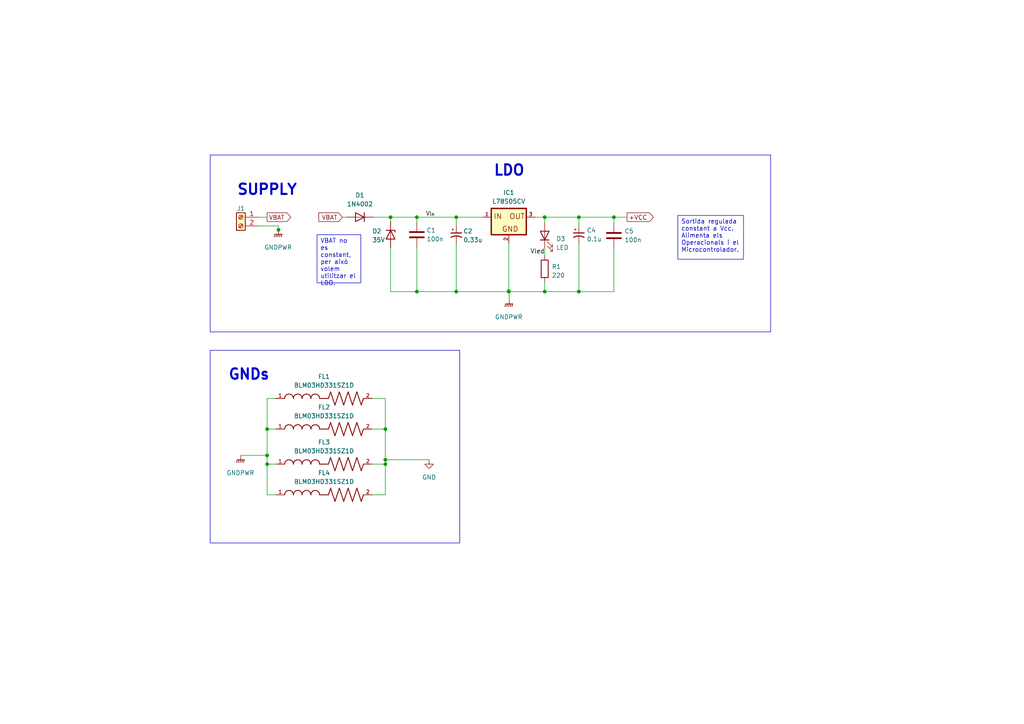
<source format=kicad_sch>
(kicad_sch (version 20230121) (generator eeschema)
  (paper "A4")
  (title_block (title "Projecte Netejaparabrises - Grup 4 Tarda") (date "2023-04-05") (rev "v1.1.05042023"))
  (lib_symbols
    (symbol "BLM03HD331SZ1D:BLM03HD331SZ1D" (pin_names (offset 1.016))
      (property "Reference" "FL" (at -12.7044 5.0815 0))
      (property "Value" "BLM03HD331SZ1D" (at -12.71 -5.0866 0))
      (symbol "BLM03HD331SZ1D_0_0"
        (arc (start -10.16 0) (mid -11.43 1.2645) (end -12.7 0) (stroke (width 0.254)))
        (arc (start -7.62 0) (mid -8.89 1.2645) (end -10.16 0) (stroke (width 0.254)))
        (arc (start -5.08 0) (mid -6.35 1.2645) (end -7.62 0) (stroke (width 0.254)))
        (arc (start -2.54 0) (mid -3.81 1.2645) (end -5.08 0) (stroke (width 0.254)))
        (polyline (pts (xy 0 0) (xy -2.54 0)) (stroke (width 0.254)))
        (polyline (pts (xy 0 0) (xy 0.635 1.905)) (stroke (width 0.254)))
        (polyline (pts (xy 0.635 1.905) (xy 1.905 -1.905)) (stroke (width 0.254)))
        (polyline (pts (xy 1.905 -1.905) (xy 3.175 1.905)) (stroke (width 0.254)))
        (polyline (pts (xy 3.175 1.905) (xy 4.445 -1.905)) (stroke (width 0.254)))
        (polyline (pts (xy 4.445 -1.905) (xy 5.715 1.905)) (stroke (width 0.254)))
        (polyline (pts (xy 5.715 1.905) (xy 6.985 -1.905)) (stroke (width 0.254)))
        (polyline (pts (xy 6.985 -1.905) (xy 8.255 1.905)) (stroke (width 0.254)))
        (polyline (pts (xy 8.255 1.905) (xy 9.525 -1.905)) (stroke (width 0.254)))
        (polyline (pts (xy 9.525 -1.905) (xy 10.16 0)) (stroke (width 0.254)))
        (pin passive line (at -15.24 0 0) (length 2.54) (name "~") (number "1"))
        (pin passive line (at 12.7 0 180) (length 2.54) (name "~") (number "2"))
      )
    )
    (symbol "Connector:Screw_Terminal_01x02" (pin_names (offset 1.016) hide)
      (property "Reference" "J" (at 0 2.54 0))
      (property "Value" "Screw_Terminal_01x02" (at 0 -5.08 0))
      (symbol "Screw_Terminal_01x02_1_1"
        (rectangle (start -1.27 1.27) (end 1.27 -3.81) (stroke (width 0.254)) (fill (type background)))
        (circle (center 0 -2.54) (radius 0.635) (stroke (width 0.1524)))
        (polyline (pts (xy -0.5334 -2.2098) (xy 0.3302 -3.048)) (stroke (width 0.1524)))
        (polyline (pts (xy -0.5334 0.3302) (xy 0.3302 -0.508)) (stroke (width 0.1524)))
        (polyline (pts (xy -0.3556 -2.032) (xy 0.508 -2.8702)) (stroke (width 0.1524)))
        (polyline (pts (xy -0.3556 0.508) (xy 0.508 -0.3302)) (stroke (width 0.1524)))
        (circle (center 0 0) (radius 0.635) (stroke (width 0.1524)))
        (pin passive line (at -5.08 0 0) (length 3.81) (name "Pin_1") (number "1"))
        (pin passive line (at -5.08 -2.54 0) (length 3.81) (name "Pin_2") (number "2"))
      )
    )
    (symbol "Device:C" (pin_numbers hide) (pin_names (offset 0.254))
      (property "Reference" "C" (at 0.635 2.54 0))
      (property "Value" "C" (at 0.635 -2.54 0))
      (symbol "C_0_1"
        (polyline (pts (xy -2.032 -0.762) (xy 2.032 -0.762)) (stroke (width 0.508)))
        (polyline (pts (xy -2.032 0.762) (xy 2.032 0.762)) (stroke (width 0.508)))
      )
      (symbol "C_1_1"
        (pin passive line (at 0 3.81 270) (length 2.794) (name "~") (number "1"))
        (pin passive line (at 0 -3.81 90) (length 2.794) (name "~") (number "2"))
      )
    )
    (symbol "Device:C_Polarized_Small_US" (pin_numbers hide) (pin_names (offset 0.254) hide)
      (property "Reference" "C" (at 0.254 1.778 0))
      (property "Value" "C_Polarized_Small_US" (at 0.254 -2.032 0))
      (symbol "C_Polarized_Small_US_0_1"
        (polyline (pts (xy -1.524 0.508) (xy 1.524 0.508)) (stroke (width 0.3048)))
        (polyline (pts (xy -1.27 1.524) (xy -0.762 1.524)))
        (polyline (pts (xy -1.016 1.27) (xy -1.016 1.778)))
        (arc (start 1.524 -0.762) (mid 0 -0.3734) (end -1.524 -0.762) (stroke (width 0.3048)))
      )
      (symbol "C_Polarized_Small_US_1_1"
        (pin passive line (at 0 2.54 270) (length 2.032) (name "~") (number "1"))
        (pin passive line (at 0 -2.54 90) (length 2.032) (name "~") (number "2"))
      )
    )
    (symbol "Device:D_Zener" (pin_numbers hide) (pin_names (offset 1.016) hide)
      (property "Reference" "D" (at 0 2.54 0))
      (property "Value" "D_Zener" (at 0 -2.54 0))
      (symbol "D_Zener_0_1"
        (polyline (pts (xy 1.27 0) (xy -1.27 0)))
        (polyline (pts (xy -1.27 -1.27) (xy -1.27 1.27) (xy -0.762 1.27)) (stroke (width 0.254)))
        (polyline (pts (xy 1.27 -1.27) (xy 1.27 1.27) (xy -1.27 0) (xy 1.27 -1.27)) (stroke (width 0.254)))
      )
      (symbol "D_Zener_1_1"
        (pin passive line (at -3.81 0 0) (length 2.54) (name "K") (number "1"))
        (pin passive line (at 3.81 0 180) (length 2.54) (name "A") (number "2"))
      )
    )
    (symbol "Device:LED" (pin_numbers hide) (pin_names (offset 1.016) hide)
      (property "Reference" "D" (at 0 2.54 0))
      (property "Value" "LED" (at 0 -2.54 0))
      (symbol "LED_0_1"
        (polyline (pts (xy -1.27 -1.27) (xy -1.27 1.27)) (stroke (width 0.254)))
        (polyline (pts (xy -1.27 0) (xy 1.27 0)))
        (polyline (pts (xy 1.27 -1.27) (xy 1.27 1.27) (xy -1.27 0) (xy 1.27 -1.27)) (stroke (width 0.254)))
        (polyline (pts (xy -3.048 -0.762) (xy -4.572 -2.286) (xy -3.81 -2.286) (xy -4.572 -2.286) (xy -4.572 -1.524)))
        (polyline (pts (xy -1.778 -0.762) (xy -3.302 -2.286) (xy -2.54 -2.286) (xy -3.302 -2.286) (xy -3.302 -1.524)))
      )
      (symbol "LED_1_1"
        (pin passive line (at -3.81 0 0) (length 2.54) (name "K") (number "1"))
        (pin passive line (at 3.81 0 180) (length 2.54) (name "A") (number "2"))
      )
    )
    (symbol "Device:R" (pin_numbers hide) (pin_names (offset 0))
      (property "Reference" "R" (at 2.032 0 90))
      (property "Value" "R" (at 0 0 90))
      (symbol "R_0_1"
        (rectangle (start -1.016 -2.54) (end 1.016 2.54) (stroke (width 0.254)))
      )
      (symbol "R_1_1"
        (pin passive line (at 0 3.81 270) (length 1.27) (name "~") (number "1"))
        (pin passive line (at 0 -3.81 90) (length 1.27) (name "~") (number "2"))
      )
    )
    (symbol "Diode:1N4002" (pin_numbers hide) (pin_names hide)
      (property "Reference" "D" (at 0 2.54 0))
      (property "Value" "1N4002" (at 0 -2.54 0))
      (symbol "1N4002_0_1"
        (polyline (pts (xy -1.27 1.27) (xy -1.27 -1.27)) (stroke (width 0.254)))
        (polyline (pts (xy 1.27 0) (xy -1.27 0)))
        (polyline (pts (xy 1.27 1.27) (xy 1.27 -1.27) (xy -1.27 0) (xy 1.27 1.27)) (stroke (width 0.254)))
      )
      (symbol "1N4002_1_1"
        (pin passive line (at -3.81 0 0) (length 2.54) (name "K") (number "1"))
        (pin passive line (at 3.81 0 180) (length 2.54) (name "A") (number "2"))
      )
    )
    (symbol "L78S05CV:L78S05CV" (pin_names (offset 1.016))
      (property "Reference" "IC" (at 2.54 -7.6201 0))
      (property "Value" "L78S05CV" (at 2.5429 -10.1714 0))
      (symbol "L78S05CV_0_0"
        (rectangle (start -5.08 -5.08) (end 5.08 2.54) (stroke (width 0.4064)) (fill (type background)))
        (text "GND" (at -2.0322 -4.3184 0) (effects (font (size 1.5241 1.5241)) (justify left bottom)))
        (text "IN" (at -4.4477 -0.6354 0) (effects (font (size 1.5249 1.5249)) (justify left bottom)))
        (text "OUT" (at 0.1271 -0.6354 0) (effects (font (size 1.525 1.525)) (justify left bottom)))
        (pin input line (at -7.62 0 0) (length 2.54) (name "~") (number "1"))
        (pin input line (at 0 -7.62 90) (length 2.54) (name "~") (number "2"))
        (pin passive line (at 7.62 0 180) (length 2.54) (name "~") (number "3"))
      )
    )
    (symbol "power:GND" (power) (pin_names (offset 0))
      (property "Value" "GND" (at 0 -3.81 0))
      (symbol "GND_0_1"
        (polyline (pts (xy 0 0) (xy 0 -1.27) (xy 1.27 -1.27) (xy 0 -2.54) (xy -1.27 -1.27) (xy 0 -1.27)))
      )
      (symbol "GND_1_1"
        (pin power_in line (at 0 0 270) (length 0) hide (name "GND") (number "1"))
      )
    )
    (symbol "power:GNDPWR" (power) (pin_names (offset 0))
      (property "Value" "GNDPWR" (at 0 -3.302 0))
      (symbol "GNDPWR_0_1"
        (polyline (pts (xy 0 -1.27) (xy 0 0)))
        (polyline (pts (xy -1.016 -1.27) (xy -1.27 -2.032) (xy -1.27 -2.032)) (stroke (width 0.2032)))
        (polyline (pts (xy -0.508 -1.27) (xy -0.762 -2.032) (xy -0.762 -2.032)) (stroke (width 0.2032)))
        (polyline (pts (xy 0 -1.27) (xy -0.254 -2.032) (xy -0.254 -2.032)) (stroke (width 0.2032)))
        (polyline (pts (xy 0.508 -1.27) (xy 0.254 -2.032) (xy 0.254 -2.032)) (stroke (width 0.2032)))
        (polyline (pts (xy 1.016 -1.27) (xy -1.016 -1.27) (xy -1.016 -1.27)) (stroke (width 0.2032)))
        (polyline (pts (xy 1.016 -1.27) (xy 0.762 -2.032) (xy 0.762 -2.032) (xy 0.762 -2.032)) (stroke (width 0.2032)))
      )
      (symbol "GNDPWR_1_1"
        (pin power_in line (at 0 0 270) (length 0) hide (name "GNDPWR") (number "1"))
      )
    )
  )
  (junction (at 132.334 62.992))
  (junction (at 113.284 62.992))
  (junction (at 120.904 84.582))
  (junction (at 132.334 84.582))
  (junction (at 111.76 133.35))
  (junction (at 157.988 62.992))
  (junction (at 178.054 62.992))
  (junction (at 167.894 84.582))
  (junction (at 147.574 84.455))
  (junction (at 167.894 62.992))
  (junction (at 77.47 132.08))
  (junction (at 111.76 134.62))
  (junction (at 111.76 124.46))
  (junction (at 147.574 84.582))
  (junction (at 80.772 66.675))
  (junction (at 157.988 84.582))
  (junction (at 77.47 134.62))
  (junction (at 120.904 62.992))
  (junction (at 77.47 124.46))
  (wire (pts (xy 147.701 86.868) (xy 147.701 84.455)))
  (wire (pts (xy 120.904 84.582) (xy 132.334 84.582)))
  (wire (pts (xy 132.334 62.992) (xy 132.334 65.532)))
  (wire (pts (xy 69.85 132.08) (xy 77.47 132.08)))
  (wire (pts (xy 132.334 62.992) (xy 139.954 62.992)))
  (wire (pts (xy 80.01 143.51) (xy 77.47 143.51)))
  (wire (pts (xy 178.054 72.136) (xy 178.054 84.582)))
  (wire (pts (xy 111.76 143.51) (xy 111.76 134.62)))
  (wire (pts (xy 178.054 62.992) (xy 178.054 64.516)))
  (polyline (pts (xy 60.96 44.958) (xy 60.96 96.266)))
  (wire (pts (xy 157.988 62.992) (xy 167.894 62.992)))
  (wire (pts (xy 111.76 124.46) (xy 111.76 133.35)))
  (wire (pts (xy 147.574 84.455) (xy 147.574 84.582)))
  (wire (pts (xy 157.988 81.788) (xy 157.988 84.582)))
  (polyline (pts (xy 223.52 96.266) (xy 60.96 96.266)))
  (wire (pts (xy 111.76 133.35) (xy 124.46 133.35)))
  (wire (pts (xy 113.284 71.882) (xy 113.284 84.582)))
  (wire (pts (xy 120.904 71.882) (xy 120.904 84.582)))
  (wire (pts (xy 77.47 134.62) (xy 77.47 143.51)))
  (wire (pts (xy 157.988 62.992) (xy 157.988 64.516)))
  (wire (pts (xy 107.95 115.57) (xy 111.76 115.57)))
  (wire (pts (xy 157.988 72.136) (xy 157.988 74.168)))
  (wire (pts (xy 147.701 84.455) (xy 147.574 84.455)))
  (wire (pts (xy 113.284 62.992) (xy 120.904 62.992)))
  (wire (pts (xy 120.904 62.992) (xy 132.334 62.992)))
  (wire (pts (xy 74.93 65.532) (xy 80.772 65.532)))
  (polyline (pts (xy 60.96 44.958) (xy 223.52 44.958)))
  (wire (pts (xy 167.894 84.582) (xy 178.054 84.582)))
  (wire (pts (xy 80.772 66.675) (xy 80.772 66.929)))
  (wire (pts (xy 77.47 115.57) (xy 80.01 115.57)))
  (wire (pts (xy 77.47 132.08) (xy 77.47 134.62)))
  (wire (pts (xy 77.47 134.62) (xy 80.01 134.62)))
  (wire (pts (xy 107.95 124.46) (xy 111.76 124.46)))
  (wire (pts (xy 99.314 62.992) (xy 100.584 62.992)))
  (wire (pts (xy 107.95 143.51) (xy 111.76 143.51)))
  (wire (pts (xy 178.054 62.992) (xy 181.864 62.992)))
  (wire (pts (xy 155.194 62.992) (xy 157.988 62.992)))
  (wire (pts (xy 120.904 62.992) (xy 120.904 64.262)))
  (wire (pts (xy 147.574 84.582) (xy 157.988 84.582)))
  (wire (pts (xy 157.988 84.582) (xy 167.894 84.582)))
  (wire (pts (xy 113.284 84.582) (xy 120.904 84.582)))
  (wire (pts (xy 167.894 62.992) (xy 178.054 62.992)))
  (wire (pts (xy 132.334 70.612) (xy 132.334 84.582)))
  (wire (pts (xy 108.204 62.992) (xy 113.284 62.992)))
  (wire (pts (xy 80.772 65.532) (xy 80.772 66.675)))
  (wire (pts (xy 77.47 124.46) (xy 77.47 132.08)))
  (wire (pts (xy 132.334 84.582) (xy 147.574 84.582)))
  (wire (pts (xy 77.47 62.992) (xy 74.93 62.992)))
  (wire (pts (xy 113.284 62.992) (xy 113.284 64.262)))
  (wire (pts (xy 107.95 134.62) (xy 111.76 134.62)))
  (wire (pts (xy 167.894 70.612) (xy 167.894 84.582)))
  (wire (pts (xy 111.76 115.57) (xy 111.76 124.46)))
  (wire (pts (xy 77.47 124.46) (xy 80.01 124.46)))
  (wire (pts (xy 111.76 134.62) (xy 111.76 133.35)))
  (wire (pts (xy 147.574 70.612) (xy 147.574 84.455)))
  (polyline (pts (xy 223.52 44.958) (xy 223.52 96.266)))
  (wire (pts (xy 77.47 115.57) (xy 77.47 124.46)))
  (wire (pts (xy 167.894 62.992) (xy 167.894 65.532)))
  (rectangle (start 60.96 101.6) (end 133.35 157.48))
  (text_box "Sortida regulada constant a Vcc. Alimenta els Operacionals i el Microcontrolador." (at 196.596 62.484 0) (size 19.05 12.7) (effects (font (size 1.27 1.27)) (justify left top)))
  (text_box "VBAT no es constant, per això volem utilitzar el LDO." (at 91.948 68.072 0) (size 12.7 13.97) (effects (font (size 1.27 1.27)) (justify left top)))
  (text "LDO" (at 143.002 51.308 0) (effects (font (size 3 3) bold) (justify left bottom)))
  (text "SUPPLY" (at 68.58 56.896 0) (effects (font (size 3 3) (thickness 0.6) bold) (justify left bottom)))
  (text "GNDs" (at 66.04 110.49 0) (effects (font (size 3 3) (thickness 0.6) bold) (justify left bottom)))
  (label "Vled" (at 157.988 73.914 180))
  (label "V_{in}" (at 123.444 62.992 0))
  (global_label "+VCC" (shape output) (at 181.864 62.992 0) (property "Intersheetrefs" "${INTERSHEET_REFS}" (effects hide)))
  (global_label "VBAT" (shape input) (at 99.314 62.992 180) (property "Intersheetrefs" "${INTERSHEET_REFS}" (effects hide)))
  (global_label "VBAT" (shape output) (at 77.47 62.992 0) (property "Intersheetrefs" "${INTERSHEET_REFS}" (effects hide)))
  (symbol (lib_id "Device:C_Polarized_Small_US") (at 167.894 68.072 0) (unit 1)
    (property "Reference" "C4" (at 170.18 66.802 0) (effects (justify left)))
    (property "Value" "0.1u" (at 170.18 69.342 0) (effects (justify left)))
    (property "Footprint" "Capacitor_THT:C_Disc_D3.0mm_W1.6mm_P2.50mm" (effects hide))
    (instances (project "" (path "" (reference "C4") (unit 1))) (project "Grup3_Tarda_Projecte_Netejaparabrises" (path "" (reference "C4") (unit 1)) (path "" (reference "C3") (unit 1))) (project "AidarIglesias_DavidMiravent_P3" (path "" (reference "C6") (unit 1))))
  )
  (symbol (lib_id "BLM03HD331SZ1D:BLM03HD331SZ1D") (at 95.25 134.62 0) (unit 1)
    (property "Reference" "FL3" (at 93.98 128.27 0))
    (property "Value" "BLM03HD331SZ1D" (at 93.98 130.81 0))
    (property "Footprint" "BLM03HD331SZ1D:BEADC0603X33N" (effects hide))
  )
  (symbol (lib_id "BLM03HD331SZ1D:BLM03HD331SZ1D") (at 95.25 143.51 0) (unit 1)
    (property "Reference" "FL4" (at 93.98 137.16 0))
    (property "Value" "BLM03HD331SZ1D" (at 93.98 139.7 0))
    (property "Footprint" "BLM03HD331SZ1D:BEADC0603X33N" (effects hide))
  )
  (symbol (lib_id "power:GNDPWR") (at 69.85 132.08 0) (unit 1)
    (property "Reference" "#PWR01" (effects hide))
    (property "Value" "GNDPWR" (at 69.723 137.16 0))
  )
  (symbol (lib_id "power:GND") (at 124.46 133.35 0) (unit 1)
    (property "Reference" "#PWR0101" (effects hide))
    (property "Value" "GND" (at 124.46 138.43 0))
    (instances (project "" (path "" (reference "#PWR0101") (unit 1))) (project "Grup3_Tarda_Projecte_Netejaparabrises" (path "" (reference "#PWR0101") (unit 1)) (path "" (reference "#PWR03") (unit 1))) (project "AidarIglesias_DavidMiravent_P3" (path "" (reference "#PWR03") (unit 1))))
  )
  (symbol (lib_id "BLM03HD331SZ1D:BLM03HD331SZ1D") (at 95.25 115.57 0) (unit 1)
    (property "Reference" "FL1" (at 93.98 109.22 0))
    (property "Value" "BLM03HD331SZ1D" (at 93.98 111.76 0))
    (property "Footprint" "BLM03HD331SZ1D:BEADC0603X33N" (effects hide))
  )
  (symbol (lib_id "power:GNDPWR") (at 147.701 86.868 0) (unit 1)
    (property "Reference" "#PWR04" (effects hide))
    (property "Value" "GNDPWR" (at 147.574 91.948 0))
  )
  (symbol (lib_id "Diode:1N4002") (at 104.394 62.992 0) (mirror y) (unit 1)
    (property "Reference" "D1" (at 104.394 56.642 0))
    (property "Value" "1N4002" (at 104.394 59.182 0))
    (property "Footprint" "Diode_THT:D_DO-41_SOD81_P10.16mm_Horizontal" (effects hide))
    (property "Datasheet" "http://www.vishay.com/docs/88503/1n4001.pdf" (effects hide))
  )
  (symbol (lib_id "L78S05CV:L78S05CV") (at 147.574 62.992 0) (unit 1)
    (property "Reference" "IC1" (at 147.574 55.88 0))
    (property "Value" "L78S05CV" (at 147.574 58.42 0))
    (property "Footprint" "L78S05CV:TO-220-STANDING" (effects hide))
    (property "VOUT" "5.0 V" (effects hide))
    (property "MANUFACTURER" "St Microelectronics" (effects hide))
    (property "CURRENT" "2.0 A" (effects hide))
    (property "TME" "L78S05CV" (effects hide))
    (property "PACKAGE" "TO-220" (effects hide))
    (property "VIN-MAX" "35.0 V" (effects hide))
    (property "VIN-MIN" "8.0 V" (effects hide))
  )
  (symbol (lib_id "Connector:Screw_Terminal_01x02") (at 69.85 62.992 0) (mirror y) (unit 1)
    (property "Reference" "J1" (at 69.85 60.452 0))
    (property "Value" "Screw_Terminal_01x02" (effects hide))
    (property "Footprint" "Connector_PinSocket_2.54mm:PinSocket_1x02_P2.54mm_Vertical" (effects hide))
    (instances (project "" (path "" (reference "J1") (unit 1))) (project "Grup3_Tarda_Projecte_Netejaparabrises" (path "" (reference "J1") (unit 1)) (path "" (reference "J1") (unit 1))) (project "AidarIglesias_DavidMiravent_P3" (path "" (reference "J2") (unit 1))))
  )
  (symbol (lib_id "Device:C") (at 120.904 68.072 0) (unit 1)
    (property "Reference" "C1" (at 123.698 66.802 0) (effects (justify left)))
    (property "Value" "100n" (at 123.698 69.342 0) (effects (justify left)))
    (property "Footprint" "Capacitor_SMD:C_0805_2012Metric" (effects hide))
    (instances (project "" (path "" (reference "C1") (unit 1))) (project "Grup3_Tarda_Projecte_Netejaparabrises" (path "" (reference "C1") (unit 1)) (path "" (reference "C1") (unit 1))) (project "AidarIglesias_DavidMiravent_P3" (path "" (reference "C3") (unit 1))))
  )
  (symbol (lib_id "BLM03HD331SZ1D:BLM03HD331SZ1D") (at 95.25 124.46 0) (unit 1)
    (property "Reference" "FL2" (at 93.98 118.11 0))
    (property "Value" "BLM03HD331SZ1D" (at 93.98 120.65 0))
    (property "Footprint" "BLM03HD331SZ1D:BEADC0603X33N" (effects hide))
  )
  (symbol (lib_id "Device:C_Polarized_Small_US") (at 132.334 68.072 0) (unit 1)
    (property "Reference" "C2" (at 134.366 67.056 0) (effects (justify left)))
    (property "Value" "0.33u" (at 134.366 69.596 0) (effects (justify left)))
    (property "Footprint" "Capacitor_THT:C_Disc_D3.0mm_W1.6mm_P2.50mm" (effects hide))
    (instances (project "" (path "" (reference "C2") (unit 1))) (project "Grup3_Tarda_Projecte_Netejaparabrises" (path "" (reference "C2") (unit 1)) (path "" (reference "C2") (unit 1))) (project "AidarIglesias_DavidMiravent_P3" (path "" (reference "C4") (unit 1))))
  )
  (symbol (lib_id "Device:R") (at 157.988 77.978 0) (unit 1)
    (property "Reference" "R1" (at 160.02 77.343 0) (effects (justify left)))
    (property "Value" "220" (at 160.02 79.883 0) (effects (justify left)))
    (property "Footprint" "Resistor_SMD:R_0805_2012Metric_Pad1.20x1.40mm_HandSolder" (effects hide))
  )
  (symbol (lib_id "Device:C") (at 178.054 68.326 0) (unit 1)
    (property "Reference" "C5" (at 181.102 67.056 0) (effects (justify left)))
    (property "Value" "100n" (at 181.102 69.596 0) (effects (justify left)))
    (property "Footprint" "Capacitor_SMD:C_0805_2012Metric" (effects hide))
    (instances (project "" (path "" (reference "C5") (unit 1))) (project "Grup3_Tarda_Projecte_Netejaparabrises" (path "" (reference "C5") (unit 1)) (path "" (reference "C4") (unit 1))) (project "AidarIglesias_DavidMiravent_P3" (path "" (reference "C7") (unit 1))))
  )
  (symbol (lib_id "power:GNDPWR") (at 80.772 66.675 0) (unit 1)
    (property "Reference" "#PWR02" (effects hide))
    (property "Value" "GNDPWR" (at 80.645 71.755 0))
  )
  (symbol (lib_id "Device:D_Zener") (at 113.284 68.072 270) (unit 1)
    (property "Reference" "D2" (at 107.95 67.0559 90) (effects (justify left)))
    (property "Value" "35V" (at 107.95 69.596 90) (effects (justify left)))
    (property "Footprint" "Diode_THT:D_5W_P5.08mm_Vertical_AnodeUp" (effects hide))
  )
  (symbol (lib_id "Device:LED") (at 157.988 68.326 90) (unit 1)
    (property "Reference" "D3" (at 161.29 69.2785 90) (effects (justify right)))
    (property "Value" "LED" (at 161.29 71.8185 90) (effects (justify right)))
    (property "Footprint" "LED_SMD:LED_0805_2012Metric_Pad1.15x1.40mm_HandSolder" (effects hide))
  )
)
</source>
